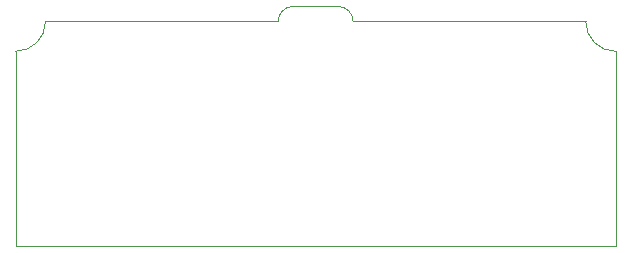
<source format=gm1>
G04 #@! TF.FileFunction,Profile,NP*
%FSLAX46Y46*%
G04 Gerber Fmt 4.6, Leading zero omitted, Abs format (unit mm)*
G04 Created by KiCad (PCBNEW 4.0.2-stable) date Sun 10 Apr 2016 09:46:26 PM EDT*
%MOMM*%
G01*
G04 APERTURE LIST*
%ADD10C,0.150000*%
%ADD11C,0.100000*%
G04 APERTURE END LIST*
D10*
D11*
X200787000Y-135128000D02*
X220472000Y-135128000D01*
X194437000Y-135128000D02*
X174752000Y-135128000D01*
X195707000Y-133858000D02*
X199517000Y-133858000D01*
X200787000Y-135128000D02*
G75*
G03X199517000Y-133858000I-1270000J0D01*
G01*
X195707000Y-133858000D02*
G75*
G03X194437000Y-135128000I0J-1270000D01*
G01*
X220472000Y-135128000D02*
G75*
G03X223012000Y-137668000I2540000J0D01*
G01*
X172212000Y-137668000D02*
G75*
G03X174752000Y-135128000I0J2540000D01*
G01*
X172212000Y-137668000D02*
X172212000Y-154178000D01*
X223012000Y-137668000D02*
X223012000Y-154178000D01*
X172212000Y-154178000D02*
X223012000Y-154178000D01*
M02*

</source>
